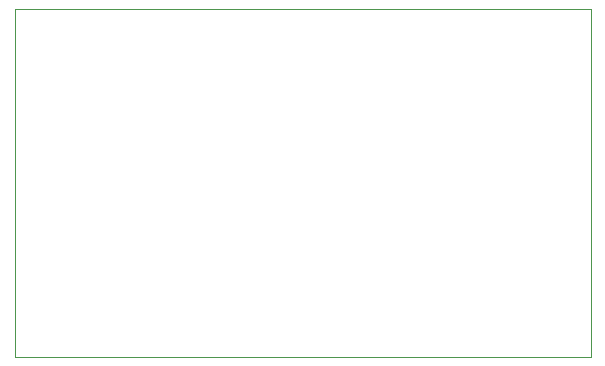
<source format=gbr>
%TF.GenerationSoftware,KiCad,Pcbnew,(5.1.6)-1*%
%TF.CreationDate,2023-06-29T19:29:05+02:00*%
%TF.ProjectId,carteAdaptationPiezo,63617274-6541-4646-9170-746174696f6e,rev?*%
%TF.SameCoordinates,Original*%
%TF.FileFunction,Profile,NP*%
%FSLAX46Y46*%
G04 Gerber Fmt 4.6, Leading zero omitted, Abs format (unit mm)*
G04 Created by KiCad (PCBNEW (5.1.6)-1) date 2023-06-29 19:29:05*
%MOMM*%
%LPD*%
G01*
G04 APERTURE LIST*
%TA.AperFunction,Profile*%
%ADD10C,0.050000*%
%TD*%
G04 APERTURE END LIST*
D10*
X132080000Y-156972000D02*
X132080000Y-127508000D01*
X180848000Y-156972000D02*
X132080000Y-156972000D01*
X180848000Y-127508000D02*
X180848000Y-156972000D01*
X132080000Y-127508000D02*
X180848000Y-127508000D01*
M02*

</source>
